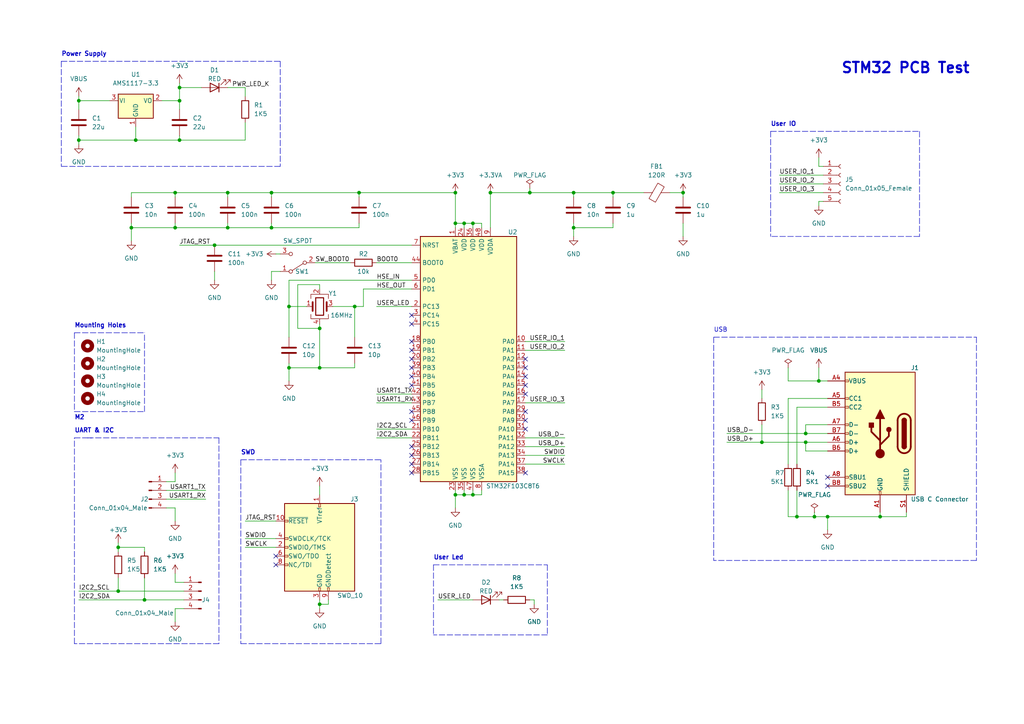
<source format=kicad_sch>
(kicad_sch (version 20211123) (generator eeschema)
  (paper "A4")
  (title_block (title "STM32 PCB Test") (date "2022-05-16") (rev "0.1") (company "Diva Eng"))
  (lib_symbols
    (symbol "Connector:Conn_01x04_Male" (pin_names (offset 1.016) hide)
      (property "Reference" "J" (at 0 5.08 0))
      (property "Value" "Conn_01x04_Male" (at 0 -7.62 0))
      (symbol "Conn_01x04_Male_1_1"
        (polyline (pts (xy 1.27 -5.08) (xy 0.8636 -5.08)) (stroke (width 0.1524)))
        (polyline (pts (xy 1.27 -2.54) (xy 0.8636 -2.54)) (stroke (width 0.1524)))
        (polyline (pts (xy 1.27 0) (xy 0.8636 0)) (stroke (width 0.1524)))
        (polyline (pts (xy 1.27 2.54) (xy 0.8636 2.54)) (stroke (width 0.1524)))
        (rectangle (start 0.8636 -4.953) (end 0 -5.207) (stroke (width 0.1524)) (fill (type outline)))
        (rectangle (start 0.8636 -2.413) (end 0 -2.667) (stroke (width 0.1524)) (fill (type outline)))
        (rectangle (start 0.8636 0.127) (end 0 -0.127) (stroke (width 0.1524)) (fill (type outline)))
        (rectangle (start 0.8636 2.667) (end 0 2.413) (stroke (width 0.1524)) (fill (type outline)))
        (pin passive line (at 5.08 2.54 180) (length 3.81) (name "Pin_1") (number "1"))
        (pin passive line (at 5.08 0 180) (length 3.81) (name "Pin_2") (number "2"))
        (pin passive line (at 5.08 -2.54 180) (length 3.81) (name "Pin_3") (number "3"))
        (pin passive line (at 5.08 -5.08 180) (length 3.81) (name "Pin_4") (number "4"))
      )
    )
    (symbol "Connector:Conn_01x05_Female" (pin_names (offset 1.016) hide)
      (property "Reference" "J" (at 0 7.62 0))
      (property "Value" "Conn_01x05_Female" (at 0 -7.62 0))
      (symbol "Conn_01x05_Female_1_1"
        (arc (start 0 -4.572) (mid -0.508 -5.08) (end 0 -5.588) (stroke (width 0.1524)))
        (arc (start 0 -2.032) (mid -0.508 -2.54) (end 0 -3.048) (stroke (width 0.1524)))
        (polyline (pts (xy -1.27 -5.08) (xy -0.508 -5.08)) (stroke (width 0.1524)))
        (polyline (pts (xy -1.27 -2.54) (xy -0.508 -2.54)) (stroke (width 0.1524)))
        (polyline (pts (xy -1.27 0) (xy -0.508 0)) (stroke (width 0.1524)))
        (polyline (pts (xy -1.27 2.54) (xy -0.508 2.54)) (stroke (width 0.1524)))
        (polyline (pts (xy -1.27 5.08) (xy -0.508 5.08)) (stroke (width 0.1524)))
        (arc (start 0 0.508) (mid -0.508 0) (end 0 -0.508) (stroke (width 0.1524)))
        (arc (start 0 3.048) (mid -0.508 2.54) (end 0 2.032) (stroke (width 0.1524)))
        (arc (start 0 5.588) (mid -0.508 5.08) (end 0 4.572) (stroke (width 0.1524)))
        (pin passive line (at -5.08 5.08 0) (length 3.81) (name "Pin_1") (number "1"))
        (pin passive line (at -5.08 2.54 0) (length 3.81) (name "Pin_2") (number "2"))
        (pin passive line (at -5.08 0 0) (length 3.81) (name "Pin_3") (number "3"))
        (pin passive line (at -5.08 -2.54 0) (length 3.81) (name "Pin_4") (number "4"))
        (pin passive line (at -5.08 -5.08 0) (length 3.81) (name "Pin_5") (number "5"))
      )
    )
    (symbol "Connector:Conn_ARM_JTAG_SWD_10" (pin_names (offset 1.016))
      (property "Reference" "J" (at -2.54 16.51 0))
      (property "Value" "Conn_ARM_JTAG_SWD_10" (at -2.54 13.97 0))
      (symbol "Conn_ARM_JTAG_SWD_10_0_1"
        (rectangle (start -10.16 12.7) (end 10.16 -12.7) (stroke (width 0.254)) (fill (type background)))
        (rectangle (start -2.794 -12.7) (end -2.286 -11.684))
        (rectangle (start -0.254 -12.7) (end 0.254 -11.684))
        (rectangle (start -0.254 12.7) (end 0.254 11.684))
        (rectangle (start 9.144 2.286) (end 10.16 2.794))
        (rectangle (start 10.16 -2.794) (end 9.144 -2.286))
        (rectangle (start 10.16 -0.254) (end 9.144 0.254))
        (rectangle (start 10.16 7.874) (end 9.144 7.366))
      )
      (symbol "Conn_ARM_JTAG_SWD_10_1_1"
        (rectangle (start 9.144 -5.334) (end 10.16 -4.826))
        (pin power_in line (at 0 15.24 270) (length 2.54) (name "VTref") (number "1"))
        (pin open_collector line (at 12.7 7.62 180) (length 2.54) (name "~{RESET}") (number "10"))
        (pin bidirectional line (at 12.7 0 180) (length 2.54) (name "SWDIO/TMS") (number "2"))
        (pin power_in line (at 0 -15.24 90) (length 2.54) (name "GND") (number "3"))
        (pin output line (at 12.7 2.54 180) (length 2.54) (name "SWDCLK/TCK") (number "4"))
        (pin passive line (at 0 -15.24 90) (length 2.54) hide (name "GND") (number "5"))
        (pin input line (at 12.7 -2.54 180) (length 2.54) (name "SWO/TDO") (number "6"))
        (pin no_connect line (at -10.16 0 0) (length 2.54) hide (name "KEY") (number "7"))
        (pin output line (at 12.7 -5.08 180) (length 2.54) (name "NC/TDI") (number "8"))
        (pin passive line (at -2.54 -15.24 90) (length 2.54) (name "GNDDetect") (number "9"))
      )
    )
    (symbol "Connector:USB_C_Receptacle_USB2.0" (pin_names (offset 1.016))
      (property "Reference" "J" (at -10.16 19.05 0))
      (property "Value" "USB_C_Receptacle_USB2.0" (at 19.05 19.05 0))
      (symbol "USB_C_Receptacle_USB2.0_0_0"
        (rectangle (start -0.254 -17.78) (end 0.254 -16.764))
        (rectangle (start 10.16 -14.986) (end 9.144 -15.494))
        (rectangle (start 10.16 -12.446) (end 9.144 -12.954))
        (rectangle (start 10.16 -4.826) (end 9.144 -5.334))
        (rectangle (start 10.16 -2.286) (end 9.144 -2.794))
        (rectangle (start 10.16 0.254) (end 9.144 -0.254))
        (rectangle (start 10.16 2.794) (end 9.144 2.286))
        (rectangle (start 10.16 7.874) (end 9.144 7.366))
        (rectangle (start 10.16 10.414) (end 9.144 9.906))
        (rectangle (start 10.16 15.494) (end 9.144 14.986))
      )
      (symbol "USB_C_Receptacle_USB2.0_0_1"
        (rectangle (start -10.16 17.78) (end 10.16 -17.78) (stroke (width 0.254)) (fill (type background)))
        (arc (start -8.89 -3.81) (mid -6.985 -5.715) (end -5.08 -3.81) (stroke (width 0.508)))
        (arc (start -7.62 -3.81) (mid -6.985 -4.445) (end -6.35 -3.81) (stroke (width 0.254)))
        (arc (start -7.62 -3.81) (mid -6.985 -4.445) (end -6.35 -3.81) (stroke (width 0.254)) (fill (type outline)))
        (rectangle (start -7.62 -3.81) (end -6.35 3.81) (stroke (width 0.254)) (fill (type outline)))
        (arc (start -6.35 3.81) (mid -6.985 4.445) (end -7.62 3.81) (stroke (width 0.254)))
        (arc (start -6.35 3.81) (mid -6.985 4.445) (end -7.62 3.81) (stroke (width 0.254)) (fill (type outline)))
        (arc (start -5.08 3.81) (mid -6.985 5.715) (end -8.89 3.81) (stroke (width 0.508)))
        (circle (center -2.54 1.143) (radius 0.635) (stroke (width 0.254)) (fill (type outline)))
        (circle (center 0 -5.842) (radius 1.27) (fill (type outline)))
        (polyline (pts (xy -8.89 -3.81) (xy -8.89 3.81)) (stroke (width 0.508)))
        (polyline (pts (xy -5.08 3.81) (xy -5.08 -3.81)) (stroke (width 0.508)))
        (polyline (pts (xy 0 -5.842) (xy 0 4.318)) (stroke (width 0.508)))
        (polyline (pts (xy 0 -3.302) (xy -2.54 -0.762) (xy -2.54 0.508)) (stroke (width 0.508)))
        (polyline (pts (xy 0 -2.032) (xy 2.54 0.508) (xy 2.54 1.778)) (stroke (width 0.508)))
        (polyline (pts (xy -1.27 4.318) (xy 0 6.858) (xy 1.27 4.318) (xy -1.27 4.318)) (stroke (width 0.254)) (fill (type outline)))
        (rectangle (start 1.905 1.778) (end 3.175 3.048) (stroke (width 0.254)) (fill (type outline)))
      )
      (symbol "USB_C_Receptacle_USB2.0_1_1"
        (pin passive line (at 0 -22.86 90) (length 5.08) (name "GND") (number "A1"))
        (pin passive line (at 0 -22.86 90) (length 5.08) hide (name "GND") (number "A12"))
        (pin passive line (at 15.24 15.24 180) (length 5.08) (name "VBUS") (number "A4"))
        (pin bidirectional line (at 15.24 10.16 180) (length 5.08) (name "CC1") (number "A5"))
        (pin bidirectional line (at 15.24 -2.54 180) (length 5.08) (name "D+") (number "A6"))
        (pin bidirectional line (at 15.24 2.54 180) (length 5.08) (name "D-") (number "A7"))
        (pin bidirectional line (at 15.24 -12.7 180) (length 5.08) (name "SBU1") (number "A8"))
        (pin passive line (at 15.24 15.24 180) (length 5.08) hide (name "VBUS") (number "A9"))
        (pin passive line (at 0 -22.86 90) (length 5.08) hide (name "GND") (number "B1"))
        (pin passive line (at 0 -22.86 90) (length 5.08) hide (name "GND") (number "B12"))
        (pin passive line (at 15.24 15.24 180) (length 5.08) hide (name "VBUS") (number "B4"))
        (pin bidirectional line (at 15.24 7.62 180) (length 5.08) (name "CC2") (number "B5"))
        (pin bidirectional line (at 15.24 -5.08 180) (length 5.08) (name "D+") (number "B6"))
        (pin bidirectional line (at 15.24 0 180) (length 5.08) (name "D-") (number "B7"))
        (pin bidirectional line (at 15.24 -15.24 180) (length 5.08) (name "SBU2") (number "B8"))
        (pin passive line (at 15.24 15.24 180) (length 5.08) hide (name "VBUS") (number "B9"))
        (pin passive line (at -7.62 -22.86 90) (length 5.08) (name "SHIELD") (number "S1"))
      )
    )
    (symbol "Device:C" (pin_numbers hide) (pin_names (offset 0.254))
      (property "Reference" "C" (at 0.635 2.54 0))
      (property "Value" "C" (at 0.635 -2.54 0))
      (symbol "C_0_1"
        (polyline (pts (xy -2.032 -0.762) (xy 2.032 -0.762)) (stroke (width 0.508)))
        (polyline (pts (xy -2.032 0.762) (xy 2.032 0.762)) (stroke (width 0.508)))
      )
      (symbol "C_1_1"
        (pin passive line (at 0 3.81 270) (length 2.794) (name "~") (number "1"))
        (pin passive line (at 0 -3.81 90) (length 2.794) (name "~") (number "2"))
      )
    )
    (symbol "Device:Crystal_GND24" (pin_names (offset 1.016) hide)
      (property "Reference" "Y" (at 3.175 5.08 0))
      (property "Value" "Crystal_GND24" (at 3.175 3.175 0))
      (symbol "Crystal_GND24_0_1"
        (rectangle (start -1.143 2.54) (end 1.143 -2.54) (stroke (width 0.3048)))
        (polyline (pts (xy -2.54 0) (xy -2.032 0)))
        (polyline (pts (xy -2.032 -1.27) (xy -2.032 1.27)) (stroke (width 0.508)))
        (polyline (pts (xy 0 -3.81) (xy 0 -3.556)))
        (polyline (pts (xy 0 3.556) (xy 0 3.81)))
        (polyline (pts (xy 2.032 -1.27) (xy 2.032 1.27)) (stroke (width 0.508)))
        (polyline (pts (xy 2.032 0) (xy 2.54 0)))
        (polyline (pts (xy -2.54 -2.286) (xy -2.54 -3.556) (xy 2.54 -3.556) (xy 2.54 -2.286)))
        (polyline (pts (xy -2.54 2.286) (xy -2.54 3.556) (xy 2.54 3.556) (xy 2.54 2.286)))
      )
      (symbol "Crystal_GND24_1_1"
        (pin passive line (at -3.81 0 0) (length 1.27) (name "1") (number "1"))
        (pin passive line (at 0 5.08 270) (length 1.27) (name "2") (number "2"))
        (pin passive line (at 3.81 0 180) (length 1.27) (name "3") (number "3"))
        (pin passive line (at 0 -5.08 90) (length 1.27) (name "4") (number "4"))
      )
    )
    (symbol "Device:FerriteBead" (pin_numbers hide) (pin_names (offset 0))
      (property "Reference" "FB" (at -3.81 0.635 90))
      (property "Value" "FerriteBead" (at 3.81 0 90))
      (symbol "FerriteBead_0_1"
        (polyline (pts (xy 0 -1.27) (xy 0 -1.2192)))
        (polyline (pts (xy 0 1.27) (xy 0 1.2954)))
        (polyline (pts (xy -2.7686 0.4064) (xy -1.7018 2.2606) (xy 2.7686 -0.3048) (xy 1.6764 -2.159) (xy -2.7686 0.4064)))
      )
      (symbol "FerriteBead_1_1"
        (pin passive line (at 0 3.81 270) (length 2.54) (name "~") (number "1"))
        (pin passive line (at 0 -3.81 90) (length 2.54) (name "~") (number "2"))
      )
    )
    (symbol "Device:LED" (pin_numbers hide) (pin_names (offset 1.016) hide)
      (property "Reference" "D" (at 0 2.54 0))
      (property "Value" "LED" (at 0 -2.54 0))
      (symbol "LED_0_1"
        (polyline (pts (xy -1.27 -1.27) (xy -1.27 1.27)) (stroke (width 0.254)))
        (polyline (pts (xy -1.27 0) (xy 1.27 0)))
        (polyline (pts (xy 1.27 -1.27) (xy 1.27 1.27) (xy -1.27 0) (xy 1.27 -1.27)) (stroke (width 0.254)))
        (polyline (pts (xy -3.048 -0.762) (xy -4.572 -2.286) (xy -3.81 -2.286) (xy -4.572 -2.286) (xy -4.572 -1.524)))
        (polyline (pts (xy -1.778 -0.762) (xy -3.302 -2.286) (xy -2.54 -2.286) (xy -3.302 -2.286) (xy -3.302 -1.524)))
      )
      (symbol "LED_1_1"
        (pin passive line (at -3.81 0 0) (length 2.54) (name "K") (number "1"))
        (pin passive line (at 3.81 0 180) (length 2.54) (name "A") (number "2"))
      )
    )
    (symbol "Device:R" (pin_numbers hide) (pin_names (offset 0))
      (property "Reference" "R" (at 2.032 0 90))
      (property "Value" "R" (at 0 0 90))
      (symbol "R_0_1"
        (rectangle (start -1.016 -2.54) (end 1.016 2.54) (stroke (width 0.254)))
      )
      (symbol "R_1_1"
        (pin passive line (at 0 3.81 270) (length 1.27) (name "~") (number "1"))
        (pin passive line (at 0 -3.81 90) (length 1.27) (name "~") (number "2"))
      )
    )
    (symbol "MCU_ST_STM32F1:STM32F103C8Tx"
      (property "Reference" "U" (at -15.24 36.83 0))
      (property "Value" "STM32F103C8Tx" (at 7.62 36.83 0))
      (symbol "STM32F103C8Tx_0_1"
        (rectangle (start -15.24 -35.56) (end 12.7 35.56) (stroke (width 0.254)) (fill (type background)))
      )
      (symbol "STM32F103C8Tx_1_1"
        (pin power_in line (at -5.08 38.1 270) (length 2.54) (name "VBAT") (number "1"))
        (pin bidirectional line (at 15.24 5.08 180) (length 2.54) (name "PA0") (number "10"))
        (pin bidirectional line (at 15.24 2.54 180) (length 2.54) (name "PA1") (number "11"))
        (pin bidirectional line (at 15.24 0 180) (length 2.54) (name "PA2") (number "12"))
        (pin bidirectional line (at 15.24 -2.54 180) (length 2.54) (name "PA3") (number "13"))
        (pin bidirectional line (at 15.24 -5.08 180) (length 2.54) (name "PA4") (number "14"))
        (pin bidirectional line (at 15.24 -7.62 180) (length 2.54) (name "PA5") (number "15"))
        (pin bidirectional line (at 15.24 -10.16 180) (length 2.54) (name "PA6") (number "16"))
        (pin bidirectional line (at 15.24 -12.7 180) (length 2.54) (name "PA7") (number "17"))
        (pin bidirectional line (at -17.78 5.08 0) (length 2.54) (name "PB0") (number "18"))
        (pin bidirectional line (at -17.78 2.54 0) (length 2.54) (name "PB1") (number "19"))
        (pin bidirectional line (at -17.78 15.24 0) (length 2.54) (name "PC13") (number "2"))
        (pin bidirectional line (at -17.78 0 0) (length 2.54) (name "PB2") (number "20"))
        (pin bidirectional line (at -17.78 -20.32 0) (length 2.54) (name "PB10") (number "21"))
        (pin bidirectional line (at -17.78 -22.86 0) (length 2.54) (name "PB11") (number "22"))
        (pin power_in line (at -5.08 -38.1 90) (length 2.54) (name "VSS") (number "23"))
        (pin power_in line (at -2.54 38.1 270) (length 2.54) (name "VDD") (number "24"))
        (pin bidirectional line (at -17.78 -25.4 0) (length 2.54) (name "PB12") (number "25"))
        (pin bidirectional line (at -17.78 -27.94 0) (length 2.54) (name "PB13") (number "26"))
        (pin bidirectional line (at -17.78 -30.48 0) (length 2.54) (name "PB14") (number "27"))
        (pin bidirectional line (at -17.78 -33.02 0) (length 2.54) (name "PB15") (number "28"))
        (pin bidirectional line (at 15.24 -15.24 180) (length 2.54) (name "PA8") (number "29"))
        (pin bidirectional line (at -17.78 12.7 0) (length 2.54) (name "PC14") (number "3"))
        (pin bidirectional line (at 15.24 -17.78 180) (length 2.54) (name "PA9") (number "30"))
        (pin bidirectional line (at 15.24 -20.32 180) (length 2.54) (name "PA10") (number "31"))
        (pin bidirectional line (at 15.24 -22.86 180) (length 2.54) (name "PA11") (number "32"))
        (pin bidirectional line (at 15.24 -25.4 180) (length 2.54) (name "PA12") (number "33"))
        (pin bidirectional line (at 15.24 -27.94 180) (length 2.54) (name "PA13") (number "34"))
        (pin power_in line (at -2.54 -38.1 90) (length 2.54) (name "VSS") (number "35"))
        (pin power_in line (at 0 38.1 270) (length 2.54) (name "VDD") (number "36"))
        (pin bidirectional line (at 15.24 -30.48 180) (length 2.54) (name "PA14") (number "37"))
        (pin bidirectional line (at 15.24 -33.02 180) (length 2.54) (name "PA15") (number "38"))
        (pin bidirectional line (at -17.78 -2.54 0) (length 2.54) (name "PB3") (number "39"))
        (pin bidirectional line (at -17.78 10.16 0) (length 2.54) (name "PC15") (number "4"))
        (pin bidirectional line (at -17.78 -5.08 0) (length 2.54) (name "PB4") (number "40"))
        (pin bidirectional line (at -17.78 -7.62 0) (length 2.54) (name "PB5") (number "41"))
        (pin bidirectional line (at -17.78 -10.16 0) (length 2.54) (name "PB6") (number "42"))
        (pin bidirectional line (at -17.78 -12.7 0) (length 2.54) (name "PB7") (number "43"))
        (pin input line (at -17.78 27.94 0) (length 2.54) (name "BOOT0") (number "44"))
        (pin bidirectional line (at -17.78 -15.24 0) (length 2.54) (name "PB8") (number "45"))
        (pin bidirectional line (at -17.78 -17.78 0) (length 2.54) (name "PB9") (number "46"))
        (pin power_in line (at 0 -38.1 90) (length 2.54) (name "VSS") (number "47"))
        (pin power_in line (at 2.54 38.1 270) (length 2.54) (name "VDD") (number "48"))
        (pin input line (at -17.78 22.86 0) (length 2.54) (name "PD0") (number "5"))
        (pin input line (at -17.78 20.32 0) (length 2.54) (name "PD1") (number "6"))
        (pin input line (at -17.78 33.02 0) (length 2.54) (name "NRST") (number "7"))
        (pin power_in line (at 2.54 -38.1 90) (length 2.54) (name "VSSA") (number "8"))
        (pin power_in line (at 5.08 38.1 270) (length 2.54) (name "VDDA") (number "9"))
      )
    )
    (symbol "Mechanical:MountingHole" (pin_names (offset 1.016))
      (property "Reference" "H" (at 0 5.08 0))
      (property "Value" "MountingHole" (at 0 3.175 0))
      (symbol "MountingHole_0_1"
        (circle (center 0 0) (radius 1.27) (stroke (width 1.27)))
      )
    )
    (symbol "Regulator_Linear:AMS1117-3.3" (pin_names (offset 0.254))
      (property "Reference" "U" (at -3.81 3.175 0))
      (property "Value" "AMS1117-3.3" (at 0 3.175 0))
      (symbol "AMS1117-3.3_0_1"
        (rectangle (start -5.08 -5.08) (end 5.08 1.905) (stroke (width 0.254)) (fill (type background)))
      )
      (symbol "AMS1117-3.3_1_1"
        (pin power_in line (at 0 -7.62 90) (length 2.54) (name "GND") (number "1"))
        (pin power_out line (at 7.62 0 180) (length 2.54) (name "VO") (number "2"))
        (pin power_in line (at -7.62 0 0) (length 2.54) (name "VI") (number "3"))
      )
    )
    (symbol "Switch:SW_SPDT" (pin_names (offset 0) hide)
      (property "Reference" "SW" (at 0 4.318 0))
      (property "Value" "SW_SPDT" (at 0 -5.08 0))
      (symbol "SW_SPDT_0_0"
        (circle (center -2.032 0) (radius 0.508))
        (circle (center 2.032 -2.54) (radius 0.508))
      )
      (symbol "SW_SPDT_0_1"
        (polyline (pts (xy -1.524 0.254) (xy 1.651 2.286)))
        (circle (center 2.032 2.54) (radius 0.508))
      )
      (symbol "SW_SPDT_1_1"
        (pin passive line (at 5.08 2.54 180) (length 2.54) (name "A") (number "1"))
        (pin passive line (at -5.08 0 0) (length 2.54) (name "B") (number "2"))
        (pin passive line (at 5.08 -2.54 180) (length 2.54) (name "C") (number "3"))
      )
    )
    (symbol "power:+3.3V" (power) (pin_names (offset 0))
      (property "Value" "+3.3V" (at 0 3.556 0))
      (symbol "+3.3V_0_1"
        (polyline (pts (xy -0.762 1.27) (xy 0 2.54)))
        (polyline (pts (xy 0 0) (xy 0 2.54)))
        (polyline (pts (xy 0 2.54) (xy 0.762 1.27)))
      )
      (symbol "+3.3V_1_1"
        (pin power_in line (at 0 0 90) (length 0) hide (name "+3V3") (number "1"))
      )
    )
    (symbol "power:+3.3VA" (power) (pin_names (offset 0))
      (property "Value" "+3.3VA" (at 0 3.556 0))
      (symbol "+3.3VA_0_1"
        (polyline (pts (xy -0.762 1.27) (xy 0 2.54)))
        (polyline (pts (xy 0 0) (xy 0 2.54)))
        (polyline (pts (xy 0 2.54) (xy 0.762 1.27)))
      )
      (symbol "+3.3VA_1_1"
        (pin power_in line (at 0 0 90) (length 0) hide (name "+3.3VA") (number "1"))
      )
    )
    (symbol "power:GND" (power) (pin_names (offset 0))
      (property "Value" "GND" (at 0 -3.81 0))
      (symbol "GND_0_1"
        (polyline (pts (xy 0 0) (xy 0 -1.27) (xy 1.27 -1.27) (xy 0 -2.54) (xy -1.27 -1.27) (xy 0 -1.27)))
      )
      (symbol "GND_1_1"
        (pin power_in line (at 0 0 270) (length 0) hide (name "GND") (number "1"))
      )
    )
    (symbol "power:PWR_FLAG" (power) (pin_numbers hide) (pin_names (offset 0) hide)
      (property "Value" "PWR_FLAG" (at 0 3.81 0))
      (symbol "PWR_FLAG_0_0"
        (pin power_out line (at 0 0 90) (length 0) (name "pwr") (number "1"))
      )
      (symbol "PWR_FLAG_0_1"
        (polyline (pts (xy 0 0) (xy 0 1.27) (xy -1.016 1.905) (xy 0 2.54) (xy 1.016 1.905) (xy 0 1.27)))
      )
    )
    (symbol "power:VBUS" (power) (pin_names (offset 0))
      (property "Value" "VBUS" (at 0 3.81 0))
      (symbol "VBUS_0_1"
        (polyline (pts (xy -0.762 1.27) (xy 0 2.54)))
        (polyline (pts (xy 0 0) (xy 0 2.54)))
        (polyline (pts (xy 0 2.54) (xy 0.762 1.27)))
      )
      (symbol "VBUS_1_1"
        (pin power_in line (at 0 0 90) (length 0) hide (name "VBUS") (number "1"))
      )
    )
  )
  (junction (at 38.1 66.04))
  (junction (at 78.74 55.88))
  (junction (at 153.67 55.88))
  (junction (at 137.16 143.51))
  (junction (at 83.82 88.9))
  (junction (at 92.71 95.25))
  (junction (at 83.82 106.68))
  (junction (at 92.71 106.68))
  (junction (at 104.14 55.88))
  (junction (at 78.74 66.04))
  (junction (at 255.27 149.86))
  (junction (at 52.07 40.64))
  (junction (at 177.8 55.88))
  (junction (at 34.29 171.45))
  (junction (at 22.86 29.21))
  (junction (at 92.71 175.26))
  (junction (at 237.49 110.49))
  (junction (at 132.08 55.88))
  (junction (at 137.16 64.77))
  (junction (at 34.29 158.75))
  (junction (at 132.08 143.51))
  (junction (at 236.22 149.86))
  (junction (at 166.37 55.88))
  (junction (at 134.62 143.51))
  (junction (at 66.04 66.04))
  (junction (at 22.86 40.64))
  (junction (at 134.62 64.77))
  (junction (at 198.12 55.88))
  (junction (at 233.68 128.27))
  (junction (at 62.23 71.12))
  (junction (at 52.07 29.21))
  (junction (at 231.14 149.86))
  (junction (at 142.24 55.88))
  (junction (at 132.08 64.77))
  (junction (at 50.8 66.04))
  (junction (at 166.37 66.04))
  (junction (at 102.87 88.9))
  (junction (at 66.04 55.88))
  (junction (at 240.03 149.86))
  (junction (at 233.68 125.73))
  (junction (at 50.8 55.88))
  (junction (at 39.37 40.64))
  (junction (at 52.07 25.4))
  (junction (at 41.91 173.99))
  (junction (at 220.98 128.27))
  (no_connect (at 119.38 106.68))
  (no_connect (at 119.38 101.6))
  (no_connect (at 152.4 119.38))
  (no_connect (at 152.4 111.76))
  (no_connect (at 119.38 121.92))
  (no_connect (at 152.4 106.68))
  (no_connect (at 152.4 114.3))
  (no_connect (at 80.01 161.29))
  (no_connect (at 80.01 163.83))
  (no_connect (at 119.38 99.06))
  (no_connect (at 119.38 137.16))
  (no_connect (at 152.4 121.92))
  (no_connect (at 119.38 129.54))
  (no_connect (at 119.38 109.22))
  (no_connect (at 152.4 137.16))
  (no_connect (at 240.03 140.97))
  (no_connect (at 119.38 91.44))
  (no_connect (at 119.38 93.98))
  (no_connect (at 119.38 104.14))
  (no_connect (at 152.4 124.46))
  (no_connect (at 119.38 134.62))
  (no_connect (at 152.4 109.22))
  (no_connect (at 119.38 132.08))
  (no_connect (at 240.03 138.43))
  (no_connect (at 119.38 111.76))
  (no_connect (at 119.38 119.38))
  (no_connect (at 152.4 104.14))
  (wire (pts (xy 50.8 137.16) (xy 50.8 139.7)))
  (wire (pts (xy 262.89 148.59) (xy 262.89 149.86)))
  (wire (pts (xy 231.14 142.24) (xy 231.14 149.86)))
  (polyline (pts (xy 21.59 186.69) (xy 21.59 127)))
  (wire (pts (xy 34.29 158.75) (xy 41.91 158.75)))
  (wire (pts (xy 177.8 55.88) (xy 177.8 57.15)))
  (wire (pts (xy 153.67 54.61) (xy 153.67 55.88)))
  (wire (pts (xy 39.37 36.83) (xy 39.37 40.64)))
  (wire (pts (xy 255.27 149.86) (xy 255.27 148.59)))
  (wire (pts (xy 237.49 58.42) (xy 238.76 58.42)))
  (wire (pts (xy 109.22 127) (xy 119.38 127)))
  (wire (pts (xy 92.71 175.26) (xy 92.71 176.53)))
  (wire (pts (xy 166.37 66.04) (xy 177.8 66.04)))
  (polyline (pts (xy 125.73 163.83) (xy 125.73 184.15)))
  (wire (pts (xy 71.12 156.21) (xy 80.01 156.21)))
  (wire (pts (xy 231.14 118.11) (xy 231.14 134.62)))
  (polyline (pts (xy 17.78 17.78) (xy 81.28 17.78)))
  (wire (pts (xy 198.12 64.77) (xy 198.12 68.58)))
  (wire (pts (xy 102.87 105.41) (xy 102.87 106.68)))
  (wire (pts (xy 142.24 55.88) (xy 153.67 55.88)))
  (wire (pts (xy 22.86 27.94) (xy 22.86 29.21)))
  (wire (pts (xy 137.16 143.51) (xy 139.7 143.51)))
  (wire (pts (xy 166.37 55.88) (xy 166.37 57.15)))
  (wire (pts (xy 52.07 25.4) (xy 52.07 29.21)))
  (wire (pts (xy 109.22 88.9) (xy 119.38 88.9)))
  (wire (pts (xy 220.98 113.03) (xy 220.98 115.57)))
  (wire (pts (xy 139.7 64.77) (xy 139.7 66.04)))
  (wire (pts (xy 134.62 64.77) (xy 137.16 64.77)))
  (wire (pts (xy 226.06 50.8) (xy 238.76 50.8)))
  (wire (pts (xy 38.1 66.04) (xy 38.1 64.77)))
  (wire (pts (xy 177.8 55.88) (xy 186.69 55.88)))
  (wire (pts (xy 50.8 55.88) (xy 66.04 55.88)))
  (polyline (pts (xy 266.7 38.1) (xy 266.7 68.58)))
  (wire (pts (xy 71.12 158.75) (xy 80.01 158.75)))
  (wire (pts (xy 104.14 55.88) (xy 104.14 57.15)))
  (wire (pts (xy 71.12 25.4) (xy 71.12 27.94)))
  (wire (pts (xy 226.06 55.88) (xy 238.76 55.88)))
  (wire (pts (xy 152.4 134.62) (xy 163.83 134.62)))
  (wire (pts (xy 236.22 148.59) (xy 236.22 149.86)))
  (polyline (pts (xy 207.01 97.79) (xy 283.21 97.79)))
  (wire (pts (xy 137.16 64.77) (xy 137.16 66.04)))
  (wire (pts (xy 52.07 29.21) (xy 52.07 31.75)))
  (polyline (pts (xy 63.5 186.69) (xy 21.59 186.69)))
  (polyline (pts (xy 283.21 97.79) (xy 283.21 162.56)))
  (wire (pts (xy 83.82 105.41) (xy 83.82 106.68)))
  (wire (pts (xy 220.98 128.27) (xy 233.68 128.27)))
  (wire (pts (xy 236.22 149.86) (xy 240.03 149.86)))
  (wire (pts (xy 237.49 59.69) (xy 237.49 58.42)))
  (polyline (pts (xy 17.78 17.78) (xy 17.78 48.26)))
  (wire (pts (xy 228.6 110.49) (xy 237.49 110.49)))
  (wire (pts (xy 41.91 173.99) (xy 53.34 173.99)))
  (wire (pts (xy 46.99 29.21) (xy 52.07 29.21)))
  (wire (pts (xy 92.71 83.82) (xy 92.71 82.55)))
  (wire (pts (xy 86.36 95.25) (xy 92.71 95.25)))
  (wire (pts (xy 52.07 25.4) (xy 58.42 25.4)))
  (wire (pts (xy 92.71 175.26) (xy 95.25 175.26)))
  (wire (pts (xy 78.74 55.88) (xy 104.14 55.88)))
  (wire (pts (xy 83.82 88.9) (xy 83.82 97.79)))
  (wire (pts (xy 78.74 78.74) (xy 81.28 78.74)))
  (wire (pts (xy 127 173.99) (xy 137.16 173.99)))
  (wire (pts (xy 50.8 147.32) (xy 50.8 151.13)))
  (wire (pts (xy 153.67 55.88) (xy 166.37 55.88)))
  (wire (pts (xy 104.14 55.88) (xy 132.08 55.88)))
  (wire (pts (xy 48.26 144.78) (xy 59.69 144.78)))
  (wire (pts (xy 102.87 88.9) (xy 105.41 88.9)))
  (wire (pts (xy 237.49 48.26) (xy 238.76 48.26)))
  (wire (pts (xy 240.03 149.86) (xy 255.27 149.86)))
  (wire (pts (xy 132.08 64.77) (xy 134.62 64.77)))
  (wire (pts (xy 132.08 55.88) (xy 132.08 64.77)))
  (wire (pts (xy 96.52 88.9) (xy 102.87 88.9)))
  (wire (pts (xy 48.26 139.7) (xy 50.8 139.7)))
  (wire (pts (xy 71.12 35.56) (xy 71.12 40.64)))
  (wire (pts (xy 231.14 149.86) (xy 236.22 149.86)))
  (polyline (pts (xy 21.59 119.38) (xy 41.91 119.38)))
  (wire (pts (xy 50.8 176.53) (xy 50.8 180.34)))
  (wire (pts (xy 50.8 66.04) (xy 50.8 64.77)))
  (wire (pts (xy 137.16 142.24) (xy 137.16 143.51)))
  (wire (pts (xy 53.34 168.91) (xy 50.8 168.91)))
  (wire (pts (xy 198.12 55.88) (xy 198.12 57.15)))
  (wire (pts (xy 92.71 95.25) (xy 92.71 93.98)))
  (wire (pts (xy 22.86 40.64) (xy 39.37 40.64)))
  (polyline (pts (xy 125.73 163.83) (xy 158.75 163.83)))
  (wire (pts (xy 194.31 55.88) (xy 198.12 55.88)))
  (wire (pts (xy 52.07 71.12) (xy 62.23 71.12)))
  (wire (pts (xy 177.8 66.04) (xy 177.8 64.77)))
  (wire (pts (xy 132.08 143.51) (xy 132.08 147.32)))
  (wire (pts (xy 228.6 134.62) (xy 228.6 115.57)))
  (wire (pts (xy 50.8 166.37) (xy 50.8 168.91)))
  (wire (pts (xy 95.25 175.26) (xy 95.25 173.99)))
  (wire (pts (xy 38.1 55.88) (xy 38.1 57.15)))
  (wire (pts (xy 41.91 167.64) (xy 41.91 173.99)))
  (polyline (pts (xy 223.52 38.1) (xy 223.52 68.58)))
  (wire (pts (xy 22.86 29.21) (xy 31.75 29.21)))
  (wire (pts (xy 233.68 130.81) (xy 240.03 130.81)))
  (wire (pts (xy 240.03 118.11) (xy 231.14 118.11)))
  (wire (pts (xy 38.1 66.04) (xy 38.1 69.85)))
  (wire (pts (xy 134.62 64.77) (xy 134.62 66.04)))
  (wire (pts (xy 153.67 173.99) (xy 154.94 173.99)))
  (polyline (pts (xy 69.85 186.69) (xy 110.49 186.69)))
  (wire (pts (xy 109.22 114.3) (xy 119.38 114.3)))
  (wire (pts (xy 62.23 71.12) (xy 119.38 71.12)))
  (wire (pts (xy 237.49 45.72) (xy 237.49 48.26)))
  (polyline (pts (xy 21.59 96.52) (xy 21.59 119.38)))
  (wire (pts (xy 66.04 66.04) (xy 78.74 66.04)))
  (wire (pts (xy 39.37 40.64) (xy 52.07 40.64)))
  (wire (pts (xy 66.04 66.04) (xy 66.04 64.77)))
  (wire (pts (xy 62.23 78.74) (xy 62.23 81.28)))
  (wire (pts (xy 134.62 142.24) (xy 134.62 143.51)))
  (wire (pts (xy 144.78 173.99) (xy 146.05 173.99)))
  (wire (pts (xy 92.71 95.25) (xy 92.71 106.68)))
  (wire (pts (xy 132.08 142.24) (xy 132.08 143.51)))
  (wire (pts (xy 22.86 39.37) (xy 22.86 40.64)))
  (polyline (pts (xy 69.85 133.35) (xy 110.49 133.35)))
  (wire (pts (xy 66.04 55.88) (xy 78.74 55.88)))
  (polyline (pts (xy 21.59 96.52) (xy 41.91 96.52)))
  (polyline (pts (xy 81.28 17.78) (xy 81.28 48.26)))
  (wire (pts (xy 132.08 64.77) (xy 132.08 66.04)))
  (wire (pts (xy 152.4 116.84) (xy 163.83 116.84)))
  (wire (pts (xy 220.98 123.19) (xy 220.98 128.27)))
  (wire (pts (xy 166.37 64.77) (xy 166.37 66.04)))
  (wire (pts (xy 34.29 171.45) (xy 53.34 171.45)))
  (wire (pts (xy 237.49 106.68) (xy 237.49 110.49)))
  (wire (pts (xy 139.7 142.24) (xy 139.7 143.51)))
  (polyline (pts (xy 81.28 48.26) (xy 17.78 48.26)))
  (wire (pts (xy 237.49 110.49) (xy 240.03 110.49)))
  (polyline (pts (xy 158.75 184.15) (xy 125.73 184.15)))
  (wire (pts (xy 86.36 82.55) (xy 86.36 95.25)))
  (wire (pts (xy 92.71 82.55) (xy 86.36 82.55)))
  (wire (pts (xy 166.37 55.88) (xy 177.8 55.88)))
  (polyline (pts (xy 207.01 97.79) (xy 207.01 162.56)))
  (wire (pts (xy 50.8 66.04) (xy 66.04 66.04)))
  (wire (pts (xy 83.82 81.28) (xy 119.38 81.28)))
  (wire (pts (xy 109.22 124.46) (xy 119.38 124.46)))
  (wire (pts (xy 91.44 76.2) (xy 101.6 76.2)))
  (wire (pts (xy 92.71 140.97) (xy 92.71 143.51)))
  (wire (pts (xy 233.68 128.27) (xy 233.68 130.81)))
  (wire (pts (xy 228.6 115.57) (xy 240.03 115.57)))
  (wire (pts (xy 154.94 173.99) (xy 154.94 175.26)))
  (wire (pts (xy 83.82 88.9) (xy 88.9 88.9)))
  (wire (pts (xy 52.07 40.64) (xy 71.12 40.64)))
  (wire (pts (xy 152.4 129.54) (xy 163.83 129.54)))
  (polyline (pts (xy 63.5 127) (xy 63.5 186.69)))
  (wire (pts (xy 105.41 83.82) (xy 105.41 88.9)))
  (wire (pts (xy 52.07 40.64) (xy 52.07 39.37)))
  (polyline (pts (xy 69.85 133.35) (xy 69.85 186.69)))
  (wire (pts (xy 50.8 55.88) (xy 50.8 57.15)))
  (wire (pts (xy 48.26 147.32) (xy 50.8 147.32)))
  (polyline (pts (xy 110.49 186.69) (xy 110.49 133.35)))
  (wire (pts (xy 233.68 125.73) (xy 240.03 125.73)))
  (wire (pts (xy 38.1 55.88) (xy 50.8 55.88)))
  (wire (pts (xy 48.26 142.24) (xy 59.69 142.24)))
  (wire (pts (xy 210.82 125.73) (xy 233.68 125.73)))
  (wire (pts (xy 34.29 167.64) (xy 34.29 171.45)))
  (wire (pts (xy 22.86 40.64) (xy 22.86 41.91)))
  (polyline (pts (xy 266.7 68.58) (xy 223.52 68.58)))
  (wire (pts (xy 166.37 66.04) (xy 166.37 68.58)))
  (wire (pts (xy 34.29 158.75) (xy 34.29 160.02)))
  (wire (pts (xy 228.6 106.68) (xy 228.6 110.49)))
  (wire (pts (xy 78.74 55.88) (xy 78.74 57.15)))
  (wire (pts (xy 92.71 173.99) (xy 92.71 175.26)))
  (polyline (pts (xy 158.75 163.83) (xy 158.75 184.15)))
  (polyline (pts (xy 21.59 127) (xy 26.67 127)))
  (wire (pts (xy 109.22 116.84) (xy 119.38 116.84)))
  (wire (pts (xy 83.82 106.68) (xy 83.82 110.49)))
  (wire (pts (xy 66.04 25.4) (xy 71.12 25.4)))
  (wire (pts (xy 78.74 78.74) (xy 78.74 81.28)))
  (wire (pts (xy 137.16 64.77) (xy 139.7 64.77)))
  (polyline (pts (xy 41.91 119.38) (xy 41.91 96.52)))
  (polyline (pts (xy 25.4 127) (xy 63.5 127)))
  (wire (pts (xy 66.04 55.88) (xy 66.04 57.15)))
  (wire (pts (xy 109.22 76.2) (xy 119.38 76.2)))
  (wire (pts (xy 142.24 55.88) (xy 142.24 66.04)))
  (wire (pts (xy 83.82 106.68) (xy 92.71 106.68)))
  (wire (pts (xy 22.86 29.21) (xy 22.86 31.75)))
  (wire (pts (xy 80.01 73.66) (xy 81.28 73.66)))
  (wire (pts (xy 132.08 143.51) (xy 134.62 143.51)))
  (wire (pts (xy 22.86 173.99) (xy 41.91 173.99)))
  (wire (pts (xy 255.27 149.86) (xy 262.89 149.86)))
  (wire (pts (xy 92.71 106.68) (xy 102.87 106.68)))
  (wire (pts (xy 53.34 176.53) (xy 50.8 176.53)))
  (wire (pts (xy 104.14 66.04) (xy 104.14 64.77)))
  (wire (pts (xy 78.74 66.04) (xy 104.14 66.04)))
  (wire (pts (xy 228.6 142.24) (xy 228.6 149.86)))
  (wire (pts (xy 71.12 151.13) (xy 80.01 151.13)))
  (wire (pts (xy 152.4 127) (xy 163.83 127)))
  (wire (pts (xy 233.68 128.27) (xy 240.03 128.27)))
  (wire (pts (xy 83.82 81.28) (xy 83.82 88.9)))
  (wire (pts (xy 22.86 171.45) (xy 34.29 171.45)))
  (wire (pts (xy 34.29 157.48) (xy 34.29 158.75)))
  (wire (pts (xy 233.68 123.19) (xy 233.68 125.73)))
  (wire (pts (xy 233.68 123.19) (xy 240.03 123.19)))
  (polyline (pts (xy 223.52 38.1) (xy 266.7 38.1)))
  (wire (pts (xy 240.03 149.86) (xy 240.03 153.67)))
  (wire (pts (xy 41.91 158.75) (xy 41.91 160.02)))
  (wire (pts (xy 52.07 24.13) (xy 52.07 25.4)))
  (polyline (pts (xy 283.21 162.56) (xy 207.01 162.56)))
  (wire (pts (xy 134.62 143.51) (xy 137.16 143.51)))
  (wire (pts (xy 226.06 53.34) (xy 238.76 53.34)))
  (wire (pts (xy 228.6 149.86) (xy 231.14 149.86)))
  (wire (pts (xy 102.87 88.9) (xy 102.87 97.79)))
  (wire (pts (xy 152.4 132.08) (xy 163.83 132.08)))
  (wire (pts (xy 152.4 101.6) (xy 163.83 101.6)))
  (wire (pts (xy 210.82 128.27) (xy 220.98 128.27)))
  (wire (pts (xy 105.41 83.82) (xy 119.38 83.82)))
  (wire (pts (xy 38.1 66.04) (xy 50.8 66.04)))
  (wire (pts (xy 152.4 99.06) (xy 163.83 99.06)))
  (wire (pts (xy 78.74 66.04) (xy 78.74 64.77)))
  (text "STM32 PCB Test" (at 243.84 21.59 0) (effects (font (size 3 3) (thickness 0.6) bold) (justify left bottom)))
  (text "User Led" (at 125.73 162.56 0) (effects (font (size 1.27 1.27) (thickness 0.254) bold) (justify left bottom)))
  (text "M2" (at 21.59 121.92 0) (effects (font (size 1.27 1.27) (thickness 0.254) bold) (justify left bottom)))
  (text "User IO" (at 223.52 36.83 0) (effects (font (size 1.27 1.27) bold) (justify left bottom)))
  (text "Mounting Holes" (at 21.59 95.25 0) (effects (font (size 1.27 1.27) (thickness 0.254) bold) (justify left bottom)))
  (text "Power Supply" (at 17.78 16.51 0) (effects (font (size 1.27 1.27) (thickness 0.254) bold) (justify left bottom)))
  (text "USB" (at 207.01 96.52 0) (effects (font (size 1.27 1.27)) (justify left bottom)))
  (text "UART & I2C" (at 21.59 125.73 0) (effects (font (size 1.27 1.27) bold) (justify left bottom)))
  (text "SWD" (at 69.85 132.08 0) (effects (font (size 1.27 1.27) bold) (justify left bottom)))
  (label "I2C2_SCL" (at 109.22 124.46 0))
  (label "USB_D-" (at 210.82 125.73 0))
  (label "HSE_OUT" (at 109.22 83.82 0))
  (label "PWR_LED_K" (at 67.31 25.4 0))
  (label "SW_BOOT0" (at 91.44 76.2 0))
  (label "USER_IO_1" (at 163.83 99.06 180))
  (label "USER_IO_1" (at 226.06 50.8 0))
  (label "USER_IO_2" (at 163.83 101.6 180))
  (label "USART1_RX" (at 109.22 116.84 0))
  (label "BOOT0" (at 109.22 76.2 0))
  (label "USB_D-" (at 163.83 127 180))
  (label "I2C2_SCL" (at 22.86 171.45 0))
  (label "JTAG_RST" (at 52.07 71.12 0))
  (label "USART1_TX" (at 59.69 142.24 180))
  (label "I2C2_SDA" (at 109.22 127 0))
  (label "SWCLK" (at 163.83 134.62 180))
  (label "JTAG_RST" (at 71.12 151.13 0))
  (label "I2C2_SDA" (at 22.86 173.99 0))
  (label "SWDIO" (at 163.83 132.08 180))
  (label "USB_D+" (at 210.82 128.27 0))
  (label "USER_LED" (at 109.22 88.9 0))
  (label "USER_IO_2" (at 226.06 53.34 0))
  (label "USART1_RX" (at 59.69 144.78 180))
  (label "SWCLK" (at 71.12 158.75 0))
  (label "HSE_IN" (at 109.22 81.28 0))
  (label "SWDIO" (at 71.12 156.21 0))
  (label "USB_D+" (at 163.83 129.54 180))
  (label "USART1_TX" (at 109.22 114.3 0))
  (label "USER_IO_3" (at 163.83 116.84 180))
  (label "USER_IO_3" (at 226.06 55.88 0))
  (label "USER_LED" (at 127 173.99 0))
  (symbol (lib_id "power:+3.3V") (at 220.98 113.03 0) (unit 1)
    (property "Reference" "#PWR015" (effects hide))
    (property "Value" "+3.3V" (at 220.98 107.95 0))
  )
  (symbol (lib_id "power:GND") (at 22.86 41.91 0) (unit 1)
    (property "Reference" "#PWR0101" (effects hide))
    (property "Value" "GND" (at 22.86 46.99 0))
  )
  (symbol (lib_id "power:GND") (at 38.1 69.85 0) (unit 1)
    (property "Reference" "#PWR09" (effects hide))
    (property "Value" "GND" (at 38.1 74.93 0))
  )
  (symbol (lib_id "power:+3.3V") (at 198.12 55.88 0) (unit 1)
    (property "Reference" "#PWR06" (effects hide))
    (property "Value" "+3.3V" (at 198.12 50.8 0))
  )
  (symbol (lib_id "power:GND") (at 132.08 147.32 0) (unit 1)
    (property "Reference" "#PWR018" (effects hide))
    (property "Value" "GND" (at 132.08 152.4 0))
  )
  (symbol (lib_id "Device:C") (at 78.74 60.96 0) (unit 1)
    (property "Reference" "C6" (at 82.55 59.6899 0) (effects (justify left)))
    (property "Value" "100n" (at 82.55 62.2299 0) (effects (justify left)))
    (property "Footprint" "Capacitor_SMD:C_0402_1005Metric" (effects hide))
  )
  (symbol (lib_id "power:GND") (at 83.82 110.49 0) (unit 1)
    (property "Reference" "#PWR014" (effects hide))
    (property "Value" "GND" (at 83.82 115.57 0))
  )
  (symbol (lib_id "Device:C") (at 166.37 60.96 0) (unit 1)
    (property "Reference" "C8" (at 170.18 59.6899 0) (effects (justify left)))
    (property "Value" "10n" (at 170.18 62.2299 0) (effects (justify left)))
    (property "Footprint" "Capacitor_SMD:C_0402_1005Metric" (effects hide))
  )
  (symbol (lib_id "power:VBUS") (at 237.49 106.68 0) (unit 1)
    (property "Reference" "#PWR013" (effects hide))
    (property "Value" "VBUS" (at 237.49 101.6 0))
  )
  (symbol (lib_id "Device:Crystal_GND24") (at 92.71 88.9 0) (unit 1)
    (property "Reference" "Y1" (at 96.52 85.09 0))
    (property "Value" "16MHz" (at 99.06 91.44 0))
    (property "Footprint" "Crystal:Crystal_SMD_3225-4Pin_3.2x2.5mm" (effects hide))
  )
  (symbol (lib_id "Device:C") (at 83.82 101.6 0) (unit 1)
    (property "Reference" "C12" (at 87.63 100.3299 0) (effects (justify left)))
    (property "Value" "10p" (at 87.63 102.8699 0) (effects (justify left)))
    (property "Footprint" "Capacitor_SMD:C_0402_1005Metric" (effects hide))
  )
  (symbol (lib_id "Device:C") (at 62.23 74.93 0) (unit 1)
    (property "Reference" "C11" (at 66.04 73.6599 0) (effects (justify left)))
    (property "Value" "100n" (at 66.04 76.1999 0) (effects (justify left)))
    (property "Footprint" "Capacitor_SMD:C_0402_1005Metric" (effects hide))
  )
  (symbol (lib_id "power:GND") (at 50.8 180.34 0) (mirror y) (unit 1)
    (property "Reference" "#PWR024" (effects hide))
    (property "Value" "GND" (at 50.8 185.42 0))
  )
  (symbol (lib_id "power:+3.3VA") (at 142.24 55.88 0) (unit 1)
    (property "Reference" "#PWR05" (effects hide))
    (property "Value" "+3.3VA" (at 142.24 50.8 0))
  )
  (symbol (lib_id "Device:R") (at 231.14 138.43 0) (unit 1)
    (property "Reference" "R4" (at 233.68 137.1599 0) (effects (justify left)))
    (property "Value" "5K1" (at 233.68 139.6999 0) (effects (justify left)))
    (property "Footprint" "Resistor_SMD:R_0402_1005Metric" (effects hide))
  )
  (symbol (lib_id "power:GND") (at 166.37 68.58 0) (unit 1)
    (property "Reference" "#PWR07" (effects hide))
    (property "Value" "GND" (at 166.37 73.66 0))
  )
  (symbol (lib_id "Switch:SW_SPDT") (at 86.36 76.2 180) (unit 1)
    (property "Reference" "SW1" (at 87.63 78.74 0))
    (property "Value" "SW_SPDT" (at 86.36 69.85 0))
    (property "Footprint" "Button_Switch_SMD:SW_SPDT_PCM12" (effects hide))
  )
  (symbol (lib_id "power:VBUS") (at 22.86 27.94 0) (unit 1)
    (property "Reference" "#PWR02" (effects hide))
    (property "Value" "VBUS" (at 22.86 22.86 0))
  )
  (symbol (lib_id "power:GND") (at 92.71 176.53 0) (unit 1)
    (property "Reference" "#PWR023" (effects hide))
    (property "Value" "GND" (at 92.71 181.61 0))
  )
  (symbol (lib_id "power:+3.3V") (at 50.8 166.37 0) (mirror y) (unit 1)
    (property "Reference" "#PWR022" (effects hide))
    (property "Value" "+3.3V" (at 50.8 161.29 0))
  )
  (symbol (lib_id "power:+3.3V") (at 34.29 157.48 0) (unit 1)
    (property "Reference" "#PWR021" (effects hide))
    (property "Value" "+3.3V" (at 34.29 153.67 0))
  )
  (symbol (lib_id "Device:R") (at 228.6 138.43 0) (unit 1)
    (property "Reference" "R7" (at 224.79 137.16 0) (effects (justify left)))
    (property "Value" "5K1" (at 223.52 139.7 0) (effects (justify left)))
    (property "Footprint" "Resistor_SMD:R_0402_1005Metric" (effects hide))
  )
  (symbol (lib_id "power:+3.3V") (at 50.8 137.16 0) (unit 1)
    (property "Reference" "#PWR016" (effects hide))
    (property "Value" "+3.3V" (at 50.8 132.08 0))
  )
  (symbol (lib_id "Device:R") (at 34.29 163.83 0) (unit 1)
    (property "Reference" "R5" (at 36.83 162.5599 0) (effects (justify left)))
    (property "Value" "1K5" (at 36.83 165.0999 0) (effects (justify left)))
    (property "Footprint" "Resistor_SMD:R_0402_1005Metric" (effects hide))
  )
  (symbol (lib_id "Connector:Conn_01x04_Male") (at 58.42 171.45 0) (mirror y) (unit 1)
    (property "Reference" "J4" (at 59.69 173.99 0))
    (property "Value" "Conn_01x04_Male" (at 41.91 177.8 0))
    (property "Footprint" "Connector_PinHeader_2.54mm:PinHeader_1x04_P2.54mm_Vertical" (effects hide))
  )
  (symbol (lib_id "Device:LED") (at 62.23 25.4 180) (unit 1)
    (property "Reference" "D1" (at 62.23 20.32 0))
    (property "Value" "RED" (at 62.23 22.86 0))
    (property "Footprint" "LED_SMD:LED_0603_1608Metric" (effects hide))
  )
  (symbol (lib_id "power:GND") (at 240.03 153.67 0) (unit 1)
    (property "Reference" "#PWR020" (effects hide))
    (property "Value" "GND" (at 240.03 158.75 0))
  )
  (symbol (lib_id "Device:C") (at 66.04 60.96 0) (unit 1)
    (property "Reference" "C5" (at 69.85 59.6899 0) (effects (justify left)))
    (property "Value" "100n" (at 69.85 62.2299 0) (effects (justify left)))
    (property "Footprint" "Capacitor_SMD:C_0402_1005Metric" (effects hide))
  )
  (symbol (lib_id "Regulator_Linear:AMS1117-3.3") (at 39.37 29.21 0) (unit 1)
    (property "Reference" "U1" (at 39.37 21.59 0))
    (property "Value" "AMS1117-3.3" (at 39.37 24.13 0))
    (property "Footprint" "Package_TO_SOT_SMD:SOT-223-3_TabPin2" (effects hide))
    (property "Datasheet" "http://www.advanced-monolithic.com/pdf/ds1117.pdf" (effects hide))
  )
  (symbol (lib_id "MCU_ST_STM32F1:STM32F103C8Tx") (at 137.16 104.14 0) (unit 1)
    (property "Reference" "U2" (at 147.32 67.31 0) (effects (justify left)))
    (property "Value" "STM32F103C8T6" (at 140.97 140.97 0) (effects (justify left)))
    (property "Footprint" "Package_QFP:LQFP-48_7x7mm_P0.5mm" (effects hide))
    (property "Datasheet" "http://www.st.com/st-web-ui/static/active/en/resource/technical/document/datasheet/CD00161566.pdf" (effects hide))
  )
  (symbol (lib_id "Device:R") (at 149.86 173.99 90) (unit 1)
    (property "Reference" "R8" (at 149.86 167.64 90))
    (property "Value" "1K5" (at 149.86 170.18 90))
    (property "Footprint" "Resistor_SMD:R_0402_1005Metric" (effects hide))
  )
  (symbol (lib_id "power:PWR_FLAG") (at 153.67 54.61 0) (unit 1)
    (property "Reference" "#FLG0101" (effects hide))
    (property "Value" "PWR_FLAG" (at 153.67 50.8 0))
  )
  (symbol (lib_id "power:+3.3V") (at 52.07 24.13 0) (unit 1)
    (property "Reference" "#PWR01" (effects hide))
    (property "Value" "+3.3V" (at 52.07 19.05 0))
  )
  (symbol (lib_id "power:+3.3V") (at 132.08 55.88 0) (unit 1)
    (property "Reference" "#PWR04" (effects hide))
    (property "Value" "+3.3V" (at 132.08 50.8 0))
  )
  (symbol (lib_id "power:PWR_FLAG") (at 228.6 106.68 0) (unit 1)
    (property "Reference" "#FLG0102" (effects hide))
    (property "Value" "PWR_FLAG" (at 228.6 101.6 0))
  )
  (symbol (lib_id "Mechanical:MountingHole") (at 25.4 115.57 0) (unit 1)
    (property "Reference" "H4" (at 27.94 114.2999 0) (effects (justify left)))
    (property "Value" "MountingHole" (at 27.94 116.8399 0) (effects (justify left)))
    (property "Footprint" "MountingHole:MountingHole_2.2mm_M2" (effects hide))
  )
  (symbol (lib_id "power:+3.3V") (at 237.49 45.72 0) (unit 1)
    (property "Reference" "#PWR025" (effects hide))
    (property "Value" "+3.3V" (at 237.49 40.64 0))
  )
  (symbol (lib_id "Device:C") (at 22.86 35.56 0) (unit 1)
    (property "Reference" "C1" (at 26.67 34.2899 0) (effects (justify left)))
    (property "Value" "22u" (at 26.67 36.8299 0) (effects (justify left)))
    (property "Footprint" "Capacitor_SMD:C_0805_2012Metric" (effects hide))
  )
  (symbol (lib_id "power:+3.3V") (at 92.71 140.97 0) (unit 1)
    (property "Reference" "#PWR017" (effects hide))
    (property "Value" "+3.3V" (at 92.71 135.89 0))
  )
  (symbol (lib_id "power:+3.3V") (at 80.01 73.66 90) (unit 1)
    (property "Reference" "#PWR010" (effects hide))
    (property "Value" "+3.3V" (at 71.12 73.66 90) (effects (justify right)))
  )
  (symbol (lib_id "power:PWR_FLAG") (at 236.22 148.59 0) (unit 1)
    (property "Reference" "#FLG01" (effects hide))
    (property "Value" "PWR_FLAG" (at 236.22 143.51 0))
  )
  (symbol (lib_id "Connector:USB_C_Receptacle_USB2.0") (at 255.27 125.73 0) (mirror y) (unit 1)
    (property "Reference" "J1" (at 264.16 106.68 0) (effects (justify right)))
    (property "Value" "USB C Connector" (at 264.16 144.78 0) (effects (justify right)))
    (property "Footprint" "Connector_USB:USB_C_Receptacle_Palconn_UTC16-G" (effects hide))
    (property "Datasheet" "https://www.usb.org/sites/default/files/documents/usb_type-c.zip" (effects hide))
  )
  (symbol (lib_id "Device:C") (at 52.07 35.56 0) (unit 1)
    (property "Reference" "C2" (at 55.88 34.2899 0) (effects (justify left)))
    (property "Value" "22u" (at 55.88 36.8299 0) (effects (justify left)))
    (property "Footprint" "Capacitor_SMD:C_0805_2012Metric" (effects hide))
  )
  (symbol (lib_id "power:GND") (at 50.8 151.13 0) (unit 1)
    (property "Reference" "#PWR019" (effects hide))
    (property "Value" "GND" (at 50.8 156.21 0))
  )
  (symbol (lib_id "power:GND") (at 154.94 175.26 0) (unit 1)
    (property "Reference" "#PWR0102" (effects hide))
    (property "Value" "GND" (at 154.94 180.34 0))
  )
  (symbol (lib_id "Mechanical:MountingHole") (at 25.4 105.41 0) (unit 1)
    (property "Reference" "H2" (at 27.94 104.1399 0) (effects (justify left)))
    (property "Value" "MountingHole" (at 27.94 106.6799 0) (effects (justify left)))
    (property "Footprint" "MountingHole:MountingHole_2.2mm_M2" (effects hide))
  )
  (symbol (lib_id "Device:C") (at 102.87 101.6 0) (unit 1)
    (property "Reference" "C13" (at 106.68 100.3299 0) (effects (justify left)))
    (property "Value" "10p" (at 106.68 102.8699 0) (effects (justify left)))
    (property "Footprint" "Capacitor_SMD:C_0402_1005Metric" (effects hide))
  )
  (symbol (lib_id "Device:R") (at 220.98 119.38 0) (unit 1)
    (property "Reference" "R3" (at 223.52 118.1099 0) (effects (justify left)))
    (property "Value" "1K5" (at 223.52 120.6499 0) (effects (justify left)))
    (property "Footprint" "Resistor_SMD:R_0402_1005Metric" (effects hide))
  )
  (symbol (lib_id "Device:C") (at 177.8 60.96 0) (unit 1)
    (property "Reference" "C9" (at 181.61 59.6899 0) (effects (justify left)))
    (property "Value" "1u" (at 181.61 62.2299 0) (effects (justify left)))
    (property "Footprint" "Capacitor_SMD:C_0402_1005Metric" (effects hide))
  )
  (symbol (lib_id "Connector:Conn_ARM_JTAG_SWD_10") (at 92.71 158.75 0) (mirror y) (unit 1)
    (property "Reference" "J3" (at 101.6 144.78 0) (effects (justify right)))
    (property "Value" "SWD_10" (at 97.79 172.72 0) (effects (justify right)))
    (property "Footprint" "Connector_PinHeader_1.27mm:PinHeader_2x05_P1.27mm_Vertical_SMD" (effects hide))
    (property "Datasheet" "http://infocenter.arm.com/help/topic/com.arm.doc.ddi0314h/DDI0314H_coresight_components_trm.pdf" (effects hide))
  )
  (symbol (lib_id "Device:R") (at 105.41 76.2 90) (unit 1)
    (property "Reference" "R2" (at 105.41 73.66 90))
    (property "Value" "10k" (at 105.41 78.74 90))
    (property "Footprint" "Resistor_SMD:R_0402_1005Metric" (effects hide))
  )
  (symbol (lib_id "Connector:Conn_01x05_Female") (at 243.84 53.34 0) (unit 1)
    (property "Reference" "J5" (at 245.11 52.0699 0) (effects (justify left)))
    (property "Value" "Conn_01x05_Female" (at 245.11 54.6099 0) (effects (justify left)))
    (property "Footprint" "Connector_PinSocket_2.54mm:PinSocket_1x05_P2.54mm_Vertical" (effects hide))
  )
  (symbol (lib_id "power:GND") (at 198.12 68.58 0) (unit 1)
    (property "Reference" "#PWR08" (effects hide))
    (property "Value" "GND" (at 198.12 73.66 0))
  )
  (symbol (lib_id "Device:FerriteBead") (at 190.5 55.88 90) (unit 1)
    (property "Reference" "FB1" (at 190.4492 48.26 90))
    (property "Value" "120R" (at 190.4492 50.8 90))
    (property "Footprint" "Inductor_SMD:L_0603_1608Metric" (effects hide))
  )
  (symbol (lib_id "Device:LED") (at 140.97 173.99 180) (unit 1)
    (property "Reference" "D2" (at 140.97 168.91 0))
    (property "Value" "RED" (at 140.97 171.45 0))
    (property "Footprint" "LED_SMD:LED_0603_1608Metric" (effects hide))
  )
  (symbol (lib_id "Connector:Conn_01x04_Male") (at 43.18 142.24 0) (unit 1)
    (property "Reference" "J2" (at 41.91 144.78 0))
    (property "Value" "Conn_01x04_Male" (at 34.29 147.32 0))
    (property "Footprint" "Connector_PinHeader_2.54mm:PinHeader_1x04_P2.54mm_Vertical" (effects hide))
  )
  (symbol (lib_id "Mechanical:MountingHole") (at 25.4 100.33 0) (unit 1)
    (property "Reference" "H1" (at 27.94 99.0599 0) (effects (justify left)))
    (property "Value" "MountingHole" (at 27.94 101.5999 0) (effects (justify left)))
    (property "Footprint" "MountingHole:MountingHole_2.2mm_M2" (effects hide))
  )
  (symbol (lib_id "power:GND") (at 78.74 81.28 0) (unit 1)
    (property "Reference" "#PWR012" (effects hide))
    (property "Value" "GND" (at 78.74 86.36 0))
  )
  (symbol (lib_id "power:GND") (at 237.49 59.69 0) (unit 1)
    (property "Reference" "#PWR03" (effects hide))
    (property "Value" "GND" (at 237.49 64.77 0))
  )
  (symbol (lib_id "Device:C") (at 38.1 60.96 0) (unit 1)
    (property "Reference" "C3" (at 41.91 59.6899 0) (effects (justify left)))
    (property "Value" "10n" (at 41.91 62.2299 0) (effects (justify left)))
    (property "Footprint" "Capacitor_SMD:C_0603_1608Metric" (effects hide))
  )
  (symbol (lib_id "Device:C") (at 104.14 60.96 0) (unit 1)
    (property "Reference" "C7" (at 107.95 59.6899 0) (effects (justify left)))
    (property "Value" "100n" (at 107.95 62.2299 0) (effects (justify left)))
    (property "Footprint" "Capacitor_SMD:C_0402_1005Metric" (effects hide))
  )
  (symbol (lib_id "Device:C") (at 198.12 60.96 0) (unit 1)
    (property "Reference" "C10" (at 201.93 59.6899 0) (effects (justify left)))
    (property "Value" "1u" (at 201.93 62.2299 0) (effects (justify left)))
    (property "Footprint" "Capacitor_SMD:C_0402_1005Metric" (effects hide))
  )
  (symbol (lib_id "Device:R") (at 71.12 31.75 0) (unit 1)
    (property "Reference" "R1" (at 73.66 30.4799 0) (effects (justify left)))
    (property "Value" "1K5" (at 73.66 33.0199 0) (effects (justify left)))
    (property "Footprint" "Resistor_SMD:R_0402_1005Metric" (effects hide))
  )
  (symbol (lib_id "power:GND") (at 62.23 81.28 0) (unit 1)
    (property "Reference" "#PWR011" (effects hide))
    (property "Value" "GND" (at 62.23 86.36 0))
  )
  (symbol (lib_id "Device:C") (at 50.8 60.96 0) (unit 1)
    (property "Reference" "C4" (at 54.61 59.6899 0) (effects (justify left)))
    (property "Value" "100n" (at 54.61 62.2299 0) (effects (justify left)))
    (property "Footprint" "Capacitor_SMD:C_0402_1005Metric" (effects hide))
  )
  (symbol (lib_id "Mechanical:MountingHole") (at 25.4 110.49 0) (unit 1)
    (property "Reference" "H3" (at 27.94 109.2199 0) (effects (justify left)))
    (property "Value" "MountingHole" (at 27.94 111.7599 0) (effects (justify left)))
    (property "Footprint" "MountingHole:MountingHole_2.2mm_M2" (effects hide))
  )
  (symbol (lib_id "Device:R") (at 41.91 163.83 0) (unit 1)
    (property "Reference" "R6" (at 44.45 162.5599 0) (effects (justify left)))
    (property "Value" "1K5" (at 44.45 165.0999 0) (effects (justify left)))
    (property "Footprint" "Resistor_SMD:R_0402_1005Metric" (effects hide))
  )
)
</source>
